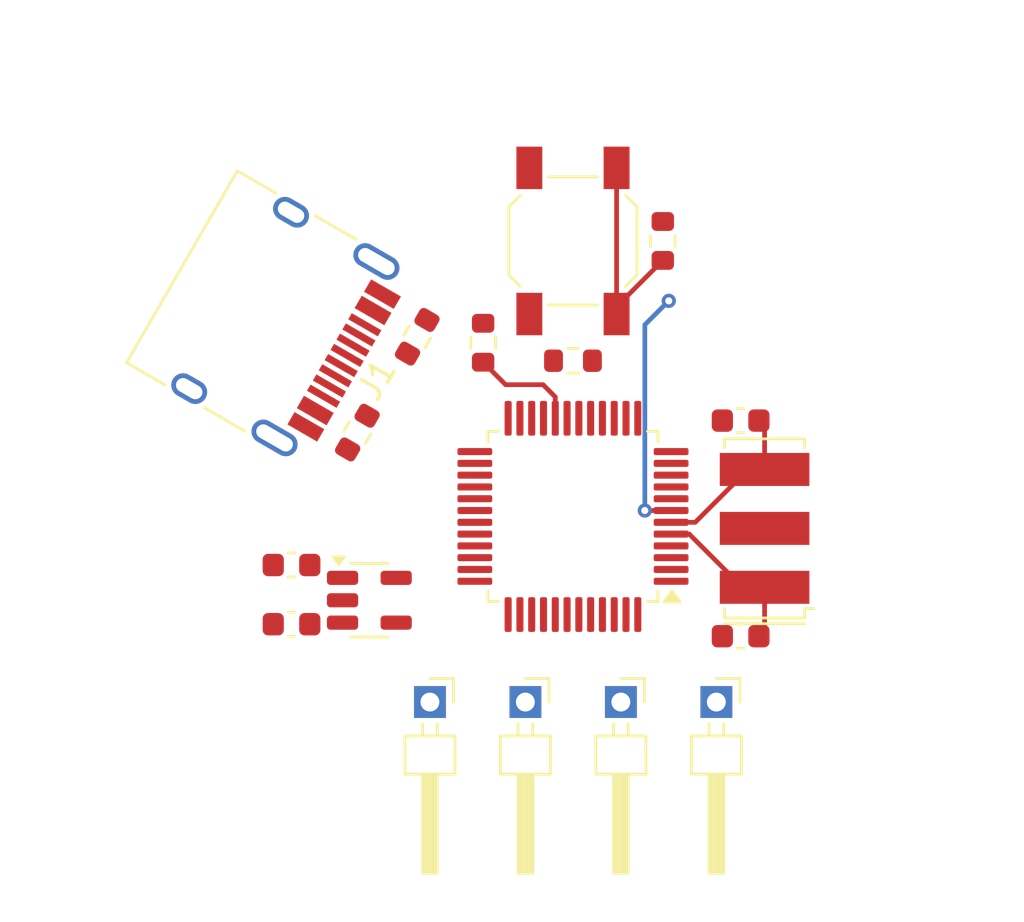
<source format=kicad_pcb>
(kicad_pcb (version 20240108) (generator "pcbnew") (generator_version "8.0")
  (layers (0 "F.Cu" signal) (31 "B.Cu" signal) (34 "B.Paste" user) (35 "F.Paste" user) (36 "B.SilkS" user "B.Silkscreen") (37 "F.SilkS" user "F.Silkscreen") (38 "B.Mask" user) (39 "F.Mask" user) (44 "Edge.Cuts" user))
  (net 0 "")
  (net 1 "BOOT0")
  (net 2 "GND")
  (net 3 "Net-(U1-PB2)")
  (net 4 "Net-(U1-NRST)")
  (net 5 "+3V3")
  (net 6 "Net-(J1-CC2)")
  (net 7 "Net-(J1-CC1)")
  (net 8 "VBUS")
  (net 14 "Net-(U1-PD0)")
  (net 15 "Net-(U1-PD1)")
  (net 29 "SWSCK")
  (net 31 "USB_D+")
  (net 42 "SWDIO")
  (net 44 "USB_D-")
  (footprint "Connector_PinHeader_2.00mm:PinHeader_1x01_P2.00mm_Horizontal" (layer "F.Cu") (at 171.69 72.39 -90)
    (property "Reference" "J2" (hide yes))
    (property "Value" "Conn_01x01_Pin")
    (fp_line (start 1.44 1.06) (end 3.06 1.06) (stroke (width 0.12)) (layer "F.SilkS"))
    (fp_line (start 3.06 1.06) (end 3.06 -1.06) (stroke (width 0.12)) (layer "F.SilkS"))
    (fp_line (start 0.935 0.31) (end 1.44 0.31) (stroke (width 0.12)) (layer "F.SilkS"))
    (fp_line (start 7.26 0.31) (end 3.06 0.31) (stroke (width 0.12)) (layer "F.SilkS"))
    (fp_line (start 3.06 0.23) (end 7.26 0.23) (stroke (width 0.12)) (layer "F.SilkS"))
    (fp_line (start 3.06 0.11) (end 7.26 0.11) (stroke (width 0.12)) (layer "F.SilkS"))
    (fp_line (start -1 0) (end -1 -1) (stroke (width 0.12)) (layer "F.SilkS"))
    (fp_line (start 3.06 -0.01) (end 7.26 -0.01) (stroke (width 0.12)) (layer "F.SilkS"))
    (fp_line (start 3.06 -0.13) (end 7.26 -0.13) (stroke (width 0.12)) (layer "F.SilkS"))
    (fp_line (start 3.06 -0.25) (end 7.26 -0.25) (stroke (width 0.12)) (layer "F.SilkS"))
    (fp_line (start 0.935 -0.31) (end 1.44 -0.31) (stroke (width 0.12)) (layer "F.SilkS"))
    (fp_line (start 3.06 -0.31) (end 7.26 -0.31) (stroke (width 0.12)) (layer "F.SilkS"))
    (fp_line (start 7.26 -0.31) (end 7.26 0.31) (stroke (width 0.12)) (layer "F.SilkS"))
    (fp_line (start -1 -1) (end 0 -1) (stroke (width 0.12)) (layer "F.SilkS"))
    (fp_line (start 1.44 -1.06) (end 1.44 1.06) (stroke (width 0.12)) (layer "F.SilkS"))
    (fp_line (start 3.06 -1.06) (end 1.44 -1.06) (stroke (width 0.12)) (layer "F.SilkS"))
    (pad "1" thru_hole rect (at 0 0 270) (size 1.35 1.35) (drill 0.8) (layers "*.Cu" "*.Mask") (net 8 "VBUS"))
  )
  (footprint "Connector_PinHeader_2.00mm:PinHeader_1x01_P2.00mm_Horizontal" (layer "F.Cu") (at 163.59 72.39 -90)
    (property "Reference" "J4" (hide yes))
    (property "Value" "Conn_01x01_Pin")
    (fp_line (start 1.44 1.06) (end 3.06 1.06) (stroke (width 0.12)) (layer "F.SilkS"))
    (fp_line (start 3.06 1.06) (end 3.06 -1.06) (stroke (width 0.12)) (layer "F.SilkS"))
    (fp_line (start 0.935 0.31) (end 1.44 0.31) (stroke (width 0.12)) (layer "F.SilkS"))
    (fp_line (start 7.26 0.31) (end 3.06 0.31) (stroke (width 0.12)) (layer "F.SilkS"))
    (fp_line (start 3.06 0.23) (end 7.26 0.23) (stroke (width 0.12)) (layer "F.SilkS"))
    (fp_line (start 3.06 0.11) (end 7.26 0.11) (stroke (width 0.12)) (layer "F.SilkS"))
    (fp_line (start -1 0) (end -1 -1) (stroke (width 0.12)) (layer "F.SilkS"))
    (fp_line (start 3.06 -0.01) (end 7.26 -0.01) (stroke (width 0.12)) (layer "F.SilkS"))
    (fp_line (start 3.06 -0.13) (end 7.26 -0.13) (stroke (width 0.12)) (layer "F.SilkS"))
    (fp_line (start 3.06 -0.25) (end 7.26 -0.25) (stroke (width 0.12)) (layer "F.SilkS"))
    (fp_line (start 0.935 -0.31) (end 1.44 -0.31) (stroke (width 0.12)) (layer "F.SilkS"))
    (fp_line (start 3.06 -0.31) (end 7.26 -0.31) (stroke (width 0.12)) (layer "F.SilkS"))
    (fp_line (start 7.26 -0.31) (end 7.26 0.31) (stroke (width 0.12)) (layer "F.SilkS"))
    (fp_line (start -1 -1) (end 0 -1) (stroke (width 0.12)) (layer "F.SilkS"))
    (fp_line (start 1.44 -1.06) (end 1.44 1.06) (stroke (width 0.12)) (layer "F.SilkS"))
    (fp_line (start 3.06 -1.06) (end 1.44 -1.06) (stroke (width 0.12)) (layer "F.SilkS"))
    (pad "1" thru_hole rect (at 0 0 270) (size 1.35 1.35) (drill 0.8) (layers "*.Cu" "*.Mask") (net 29 "SWSCK"))
  )
  (footprint "Capacitor_SMD:C_0603_1608Metric" (layer "F.Cu") (at 153.67 66.578)
    (property "Reference" "C1" (hide yes))
    (property "Value" "10u")
    (fp_line (start -0.14058 -0.51) (end 0.14058 -0.51) (stroke (width 0.12)) (layer "F.SilkS"))
    (fp_line (start -0.14058 0.51) (end 0.14058 0.51) (stroke (width 0.12)) (layer "F.SilkS"))
    (pad "1" smd roundrect (at -0.775 0) (size 0.9 0.95) (layers "F.Cu" "F.Paste" "F.Mask") (net 8 "VBUS"))
    (pad "2" smd roundrect (at 0.775 0) (size 0.9 0.95) (layers "F.Cu" "F.Paste" "F.Mask") (net 2 "GND"))
  )
  (footprint "Resistor_SMD:R_0603_1608Metric" (layer "F.Cu") (at 169.418 52.832 -90)
    (property "Reference" "R5" (hide yes))
    (property "Value" "100k")
    (fp_line (start -0.237258 0.5225) (end 0.237258 0.5225) (stroke (width 0.12)) (layer "F.SilkS"))
    (fp_line (start -0.237258 -0.5225) (end 0.237258 -0.5225) (stroke (width 0.12)) (layer "F.SilkS"))
    (pad "1" smd roundrect (at -0.825 0 270) (size 0.8 0.95) (layers "F.Cu" "F.Paste" "F.Mask") (net 2 "GND"))
    (pad "2" smd roundrect (at 0.825 0 270) (size 0.8 0.95) (layers "F.Cu" "F.Paste" "F.Mask") (net 1 "BOOT0"))
  )
  (footprint "Connector_USB:USB_C_Receptacle_HRO_TYPE-C-31-M-12" (layer "F.Cu") (at 152.4 55.88 -120)
    (property "Reference" "J1" (at 0.000002 -5.645003 240) (layer "F.SilkS"))
    (property "Value" "USB_C_Receptacle_USB2.0_16P")
    (fp_line (start 4.700001 1.999998) (end 4.699999 3.900001) (stroke (width 0.12)) (layer "F.SilkS"))
    (fp_line (start -4.700001 3.899999) (end 4.699999 3.900001) (stroke (width 0.12)) (layer "F.SilkS"))
    (fp_line (start 4.700001 -1.9) (end 4.700001 0.1) (stroke (width 0.12)) (layer "F.SilkS"))
    (fp_line (start -4.700001 2) (end -4.700001 3.899999) (stroke (width 0.12)) (layer "F.SilkS"))
    (fp_line (start -4.7 -1.899999) (end -4.700001 0.1) (stroke (width 0.12)) (layer "F.SilkS"))
    (pad "" np_thru_hole circle (at -2.89 -2.6 240) (size 0.65 0.65) (drill 0.65) (layers "*.Cu" "*.Mask"))
    (pad "" np_thru_hole circle (at 2.889998 -2.599999 240) (size 0.65 0.65) (drill 0.65) (layers "*.Cu" "*.Mask"))
    (pad "A1" smd rect (at -3.249998 -4.045 240) (size 0.6 1.45) (layers "F.Cu" "F.Paste" "F.Mask") (net 2 "GND"))
    (pad "A4" smd rect (at -2.450001 -4.045 240) (size 0.6 1.45) (layers "F.Cu" "F.Paste" "F.Mask") (net 8 "VBUS"))
    (pad "A5" smd rect (at -1.249999 -4.044998 240) (size 0.3 1.45) (layers "F.Cu" "F.Paste" "F.Mask") (net 7 "Net-(J1-CC1)"))
    (pad "A6" smd rect (at -0.250001 -4.045001 240) (size 0.3 1.45) (layers "F.Cu" "F.Paste" "F.Mask") (net 31 "USB_D+"))
    (pad "A7" smd rect (at 0.249998 -4.045 240) (size 0.3 1.45) (layers "F.Cu" "F.Paste" "F.Mask") (net 44 "USB_D-"))
    (pad "A8" smd rect (at 1.249998 -4.044999 240) (size 0.3 1.45) (layers "F.Cu" "F.Paste" "F.Mask"))
    (pad "A9" smd rect (at 2.449999 -4.044999 240) (size 0.6 1.45) (layers "F.Cu" "F.Paste" "F.Mask") (net 8 "VBUS"))
    (pad "A12" smd rect (at 3.250003 -4.045 240) (size 0.6 1.45) (layers "F.Cu" "F.Paste" "F.Mask") (net 2 "GND"))
    (pad "B1" smd rect (at 3.250003 -4.045 240) (size 0.6 1.45) (layers "F.Cu" "F.Paste" "F.Mask") (net 2 "GND"))
    (pad "B4" smd rect (at 2.449999 -4.044999 240) (size 0.6 1.45) (layers "F.Cu" "F.Paste" "F.Mask") (net 8 "VBUS"))
    (pad "B5" smd rect (at 1.750001 -4.045002 240) (size 0.3 1.45) (layers "F.Cu" "F.Paste" "F.Mask") (net 6 "Net-(J1-CC2)"))
    (pad "B6" smd rect (at 0.749999 -4.045 240) (size 0.3 1.45) (layers "F.Cu" "F.Paste" "F.Mask") (net 31 "USB_D+"))
    (pad "B7" smd rect (at -0.75 -4.044998 240) (size 0.3 1.45) (layers "F.Cu" "F.Paste" "F.Mask") (net 44 "USB_D-"))
    (pad "B8" smd rect (at -1.749999 -4.045 240) (size 0.3 1.45) (layers "F.Cu" "F.Paste" "F.Mask"))
    (pad "B9" smd rect (at -2.450001 -4.045 240) (size 0.6 1.45) (layers "F.Cu" "F.Paste" "F.Mask") (net 8 "VBUS"))
    (pad "B12" smd rect (at -3.249998 -4.045 240) (size 0.6 1.45) (layers "F.Cu" "F.Paste" "F.Mask") (net 2 "GND"))
    (pad "S1" thru_hole oval (at -4.320002 -3.130001 240) (size 1 2.1) (drill oval 0.6 1.7) (layers "*.Cu" "*.Mask") (net 2 "GND"))
    (pad "S1" thru_hole oval (at -4.32 1.05 240) (size 1 1.6) (drill oval 0.6 1.2) (layers "*.Cu" "*.Mask") (net 2 "GND"))
    (pad "S1" thru_hole oval (at 4.319999 -3.130001 240) (size 1 2.1) (drill oval 0.6 1.7) (layers "*.Cu" "*.Mask") (net 2 "GND"))
    (pad "S1" thru_hole oval (at 4.32 1.05 240) (size 1 1.6) (drill oval 0.6 1.2) (layers "*.Cu" "*.Mask") (net 2 "GND"))
  )
  (footprint "Button_Switch_SMD:SW_SPST_SKQG_WithStem" (layer "F.Cu") (at 165.608 52.832 90)
    (property "Reference" "SW1" (hide yes))
    (property "Value" "SW_Push")
    (fp_line (start 1.45 -2.72) (end 1.94 -2.23) (stroke (width 0.12)) (layer "F.SilkS"))
    (fp_line (start -1.45 -2.72) (end 1.45 -2.72) (stroke (width 0.12)) (layer "F.SilkS"))
    (fp_line (start -1.45 -2.72) (end -1.94 -2.23) (stroke (width 0.12)) (layer "F.SilkS"))
    (fp_line (start 2.72 1.04) (end 2.72 -1.04) (stroke (width 0.12)) (layer "F.SilkS"))
    (fp_line (start -2.72 1.04) (end -2.72 -1.04) (stroke (width 0.12)) (layer "F.SilkS"))
    (fp_line (start 1.45 2.72) (end 1.94 2.23) (stroke (width 0.12)) (layer "F.SilkS"))
    (fp_line (start -1.45 2.72) (end -1.94 2.23) (stroke (width 0.12)) (layer "F.SilkS"))
    (fp_line (start -1.45 2.72) (end 1.45 2.72) (stroke (width 0.12)) (layer "F.SilkS"))
    (pad "1" smd rect (at -3.1 -1.85 90) (size 1.8 1.1) (layers "F.Cu" "F.Paste" "F.Mask") (net 5 "+3V3"))
    (pad "1" smd rect (at 3.1 -1.85 90) (size 1.8 1.1) (layers "F.Cu" "F.Paste" "F.Mask") (net 5 "+3V3"))
    (pad "2" smd rect (at -3.1 1.85 90) (size 1.8 1.1) (layers "F.Cu" "F.Paste" "F.Mask") (net 1 "BOOT0"))
    (pad "2" smd rect (at 3.1 1.85 90) (size 1.8 1.1) (layers "F.Cu" "F.Paste" "F.Mask") (net 1 "BOOT0"))
  )
  (footprint "Connector_PinHeader_2.00mm:PinHeader_1x01_P2.00mm_Horizontal" (layer "F.Cu") (at 159.54 72.39 -90)
    (property "Reference" "J5" (hide yes))
    (property "Value" "Conn_01x01_Pin")
    (fp_line (start 1.44 1.06) (end 3.06 1.06) (stroke (width 0.12)) (layer "F.SilkS"))
    (fp_line (start 3.06 1.06) (end 3.06 -1.06) (stroke (width 0.12)) (layer "F.SilkS"))
    (fp_line (start 0.935 0.31) (end 1.44 0.31) (stroke (width 0.12)) (layer "F.SilkS"))
    (fp_line (start 7.26 0.31) (end 3.06 0.31) (stroke (width 0.12)) (layer "F.SilkS"))
    (fp_line (start 3.06 0.23) (end 7.26 0.23) (stroke (width 0.12)) (layer "F.SilkS"))
    (fp_line (start 3.06 0.11) (end 7.26 0.11) (stroke (width 0.12)) (layer "F.SilkS"))
    (fp_line (start -1 0) (end -1 -1) (stroke (width 0.12)) (layer "F.SilkS"))
    (fp_line (start 3.06 -0.01) (end 7.26 -0.01) (stroke (width 0.12)) (layer "F.SilkS"))
    (fp_line (start 3.06 -0.13) (end 7.26 -0.13) (stroke (width 0.12)) (layer "F.SilkS"))
    (fp_line (start 3.06 -0.25) (end 7.26 -0.25) (stroke (width 0.12)) (layer "F.SilkS"))
    (fp_line (start 0.935 -0.31) (end 1.44 -0.31) (stroke (width 0.12)) (layer "F.SilkS"))
    (fp_line (start 3.06 -0.31) (end 7.26 -0.31) (stroke (width 0.12)) (layer "F.SilkS"))
    (fp_line (start 7.26 -0.31) (end 7.26 0.31) (stroke (width 0.12)) (layer "F.SilkS"))
    (fp_line (start -1 -1) (end 0 -1) (stroke (width 0.12)) (layer "F.SilkS"))
    (fp_line (start 1.44 -1.06) (end 1.44 1.06) (stroke (width 0.12)) (layer "F.SilkS"))
    (fp_line (start 3.06 -1.06) (end 1.44 -1.06) (stroke (width 0.12)) (layer "F.SilkS"))
    (pad "1" thru_hole rect (at 0 0 270) (size 1.35 1.35) (drill 0.8) (layers "*.Cu" "*.Mask") (net 2 "GND"))
  )
  (footprint "Resistor_SMD:R_0603_1608Metric" (layer "F.Cu") (at 165.608 57.912)
    (property "Reference" "R3" (hide yes))
    (property "Value" "10k")
    (fp_line (start -0.237258 -0.5225) (end 0.237258 -0.5225) (stroke (width 0.12)) (layer "F.SilkS"))
    (fp_line (start -0.237258 0.5225) (end 0.237258 0.5225) (stroke (width 0.12)) (layer "F.SilkS"))
    (pad "1" smd roundrect (at -0.825 0) (size 0.8 0.95) (layers "F.Cu" "F.Paste" "F.Mask") (net 5 "+3V3"))
    (pad "2" smd roundrect (at 0.825 0) (size 0.8 0.95) (layers "F.Cu" "F.Paste" "F.Mask") (net 4 "Net-(U1-NRST)"))
  )
  (footprint "Resistor_SMD:R_0603_1608Metric" (layer "F.Cu") (at 156.464 60.96 -120)
    (property "Reference" "R2" (hide yes))
    (property "Value" "5k1")
    (fp_line (start -0.237258 0.5225) (end 0.237257 0.5225) (stroke (width 0.12)) (layer "F.SilkS"))
    (fp_line (start -0.237257 -0.5225) (end 0.237258 -0.5225) (stroke (width 0.12)) (layer "F.SilkS"))
    (pad "1" smd roundrect (at -0.825 0 240) (size 0.8 0.95) (layers "F.Cu" "F.Paste" "F.Mask") (net 6 "Net-(J1-CC2)"))
    (pad "2" smd roundrect (at 0.825 0 240) (size 0.8 0.95) (layers "F.Cu" "F.Paste" "F.Mask") (net 2 "GND"))
  )
  (footprint "Resistor_SMD:R_0603_1608Metric" (layer "F.Cu") (at 161.798 57.15 -90)
    (property "Reference" "R4" (hide yes))
    (property "Value" "10k")
    (fp_line (start -0.237258 0.5225) (end 0.237258 0.5225) (stroke (width 0.12)) (layer "F.SilkS"))
    (fp_line (start -0.237258 -0.5225) (end 0.237258 -0.5225) (stroke (width 0.12)) (layer "F.SilkS"))
    (pad "1" smd roundrect (at -0.825 0 270) (size 0.8 0.95) (layers "F.Cu" "F.Paste" "F.Mask") (net 2 "GND"))
    (pad "2" smd roundrect (at 0.825 0 270) (size 0.8 0.95) (layers "F.Cu" "F.Paste" "F.Mask") (net 3 "Net-(U1-PB2)"))
  )
  (footprint "Capacitor_SMD:C_0603_1608Metric" (layer "F.Cu") (at 172.72 60.452)
    (property "Reference" "C4" (hide yes))
    (property "Value" "10p" (hide yes))
    (fp_line (start -0.14058 -0.51) (end 0.14058 -0.51) (stroke (width 0.12)) (layer "F.SilkS"))
    (fp_line (start -0.14058 0.51) (end 0.14058 0.51) (stroke (width 0.12)) (layer "F.SilkS"))
    (pad "1" smd roundrect (at -0.775 0) (size 0.9 0.95) (layers "F.Cu" "F.Paste" "F.Mask") (net 2 "GND"))
    (pad "2" smd roundrect (at 0.775 0) (size 0.9 0.95) (layers "F.Cu" "F.Paste" "F.Mask") (net 15 "Net-(U1-PD1)"))
  )
  (footprint "Resistor_SMD:R_0603_1608Metric" (layer "F.Cu") (at 159.004 56.896 60)
    (property "Reference" "R1" (hide yes))
    (property "Value" "5k1")
    (fp_line (start -0.237257 -0.5225) (end 0.237258 -0.5225) (stroke (width 0.12)) (layer "F.SilkS"))
    (fp_line (start -0.237258 0.5225) (end 0.237257 0.5225) (stroke (width 0.12)) (layer "F.SilkS"))
    (pad "1" smd roundrect (at -0.825 0 60) (size 0.8 0.95) (layers "F.Cu" "F.Paste" "F.Mask") (net 7 "Net-(J1-CC1)"))
    (pad "2" smd roundrect (at 0.825 0 60) (size 0.8 0.95) (layers "F.Cu" "F.Paste" "F.Mask") (net 2 "GND"))
  )
  (footprint "Package_TO_SOT_SMD:SOT-23-5" (layer "F.Cu") (at 156.972 68.072)
    (property "Reference" "REF**" (hide yes))
    (property "Value" "SOT-23-5")
    (fp_line (start 0 -1.56) (end -0.8 -1.56) (stroke (width 0.12)) (layer "F.SilkS"))
    (fp_line (start 0 -1.56) (end 0.8 -1.56) (stroke (width 0.12)) (layer "F.SilkS"))
    (fp_line (start 0 1.56) (end -0.8 1.56) (stroke (width 0.12)) (layer "F.SilkS"))
    (fp_line (start 0 1.56) (end 0.8 1.56) (stroke (width 0.12)) (layer "F.SilkS"))
    (fp_poly (pts (xy -1.3 -1.51) (xy -1.54 -1.84) (xy -1.06 -1.84) (xy -1.3 -1.51)) (stroke (width 0.12)) (fill solid) (layer "F.SilkS"))
    (pad "1" smd roundrect (at -1.1375 -0.95) (size 1.325 0.6) (layers "F.Cu" "F.Paste" "F.Mask"))
    (pad "2" smd roundrect (at -1.1375 0) (size 1.325 0.6) (layers "F.Cu" "F.Paste" "F.Mask"))
    (pad "3" smd roundrect (at -1.1375 0.95) (size 1.325 0.6) (layers "F.Cu" "F.Paste" "F.Mask"))
    (pad "4" smd roundrect (at 1.1375 0.95) (size 1.325 0.6) (layers "F.Cu" "F.Paste" "F.Mask"))
    (pad "5" smd roundrect (at 1.1375 -0.95) (size 1.325 0.6) (layers "F.Cu" "F.Paste" "F.Mask"))
  )
  (footprint "Capacitor_SMD:C_0603_1608Metric" (layer "F.Cu") (at 172.72 69.596)
    (property "Reference" "C3" (hide yes))
    (property "Value" "10p")
    (fp_line (start -0.14058 -0.51) (end 0.14058 -0.51) (stroke (width 0.12)) (layer "F.SilkS"))
    (fp_line (start -0.14058 0.51) (end 0.14058 0.51) (stroke (width 0.12)) (layer "F.SilkS"))
    (pad "1" smd roundrect (at -0.775 0) (size 0.9 0.95) (layers "F.Cu" "F.Paste" "F.Mask") (net 2 "GND"))
    (pad "2" smd roundrect (at 0.775 0) (size 0.9 0.95) (layers "F.Cu" "F.Paste" "F.Mask") (net 14 "Net-(U1-PD0)"))
  )
  (footprint "Crystal:Resonator_SMD-3Pin_7.2x3.0mm" (layer "F.Cu") (at 173.736 65.024 90)
    (property "Reference" "Y1" (hide yes))
    (property "Value" "8M")
    (fp_line (start 3.8 -1.7) (end 3.8 1.7) (stroke (width 0.12)) (layer "F.SilkS"))
    (fp_line (start 3.4 -1.7) (end 3.8 -1.7) (stroke (width 0.12)) (layer "F.SilkS"))
    (fp_line (start -3.8 -1.7) (end -3.4 -1.7) (stroke (width 0.12)) (layer "F.SilkS"))
    (fp_line (start -4.04 -1.7) (end -4.04 1.7) (stroke (width 0.12)) (layer "F.SilkS"))
    (fp_line (start 3.8 1.7) (end 3.4 1.7) (stroke (width 0.12)) (layer "F.SilkS"))
    (fp_line (start -3.4 1.7) (end -3.8 1.7) (stroke (width 0.12)) (layer "F.SilkS"))
    (fp_line (start -3.8 1.7) (end -3.8 -1.7) (stroke (width 0.12)) (layer "F.SilkS"))
    (fp_line (start -3.4 2.1) (end -3.4 1.7) (stroke (width 0.12)) (layer "F.SilkS"))
    (pad "1" smd rect (at -2.5 0 90) (size 1.4 3.8) (layers "F.Cu" "F.Paste" "F.Mask") (net 14 "Net-(U1-PD0)"))
    (pad "2" smd rect (at 0 0 90) (size 1.4 3.8) (layers "F.Cu" "F.Paste" "F.Mask") (net 2 "GND"))
    (pad "3" smd rect (at 2.5 0 90) (size 1.4 3.8) (layers "F.Cu" "F.Paste" "F.Mask") (net 15 "Net-(U1-PD1)"))
  )
  (footprint "Connector_PinHeader_2.00mm:PinHeader_1x01_P2.00mm_Horizontal" (layer "F.Cu") (at 167.64 72.39 -90)
    (property "Reference" "J3" (hide yes))
    (property "Value" "Conn_01x01_Pin")
    (fp_line (start 1.44 1.06) (end 3.06 1.06) (stroke (width 0.12)) (layer "F.SilkS"))
    (fp_line (start 3.06 1.06) (end 3.06 -1.06) (stroke (width 0.12)) (layer "F.SilkS"))
    (fp_line (start 0.935 0.31) (end 1.44 0.31) (stroke (width 0.12)) (layer "F.SilkS"))
    (fp_line (start 7.26 0.31) (end 3.06 0.31) (stroke (width 0.12)) (layer "F.SilkS"))
    (fp_line (start 3.06 0.23) (end 7.26 0.23) (stroke (width 0.12)) (layer "F.SilkS"))
    (fp_line (start 3.06 0.11) (end 7.26 0.11) (stroke (width 0.12)) (layer "F.SilkS"))
    (fp_line (start -1 0) (end -1 -1) (stroke (width 0.12)) (layer "F.SilkS"))
    (fp_line (start 3.06 -0.01) (end 7.26 -0.01) (stroke (width 0.12)) (layer "F.SilkS"))
    (fp_line (start 3.06 -0.13) (end 7.26 -0.13) (stroke (width 0.12)) (layer "F.SilkS"))
    (fp_line (start 3.06 -0.25) (end 7.26 -0.25) (stroke (width 0.12)) (layer "F.SilkS"))
    (fp_line (start 0.935 -0.31) (end 1.44 -0.31) (stroke (width 0.12)) (layer "F.SilkS"))
    (fp_line (start 3.06 -0.31) (end 7.26 -0.31) (stroke (width 0.12)) (layer "F.SilkS"))
    (fp_line (start 7.26 -0.31) (end 7.26 0.31) (stroke (width 0.12)) (layer "F.SilkS"))
    (fp_line (start -1 -1) (end 0 -1) (stroke (width 0.12)) (layer "F.SilkS"))
    (fp_line (start 1.44 -1.06) (end 1.44 1.06) (stroke (width 0.12)) (layer "F.SilkS"))
    (fp_line (start 3.06 -1.06) (end 1.44 -1.06) (stroke (width 0.12)) (layer "F.SilkS"))
    (pad "1" thru_hole rect (at 0 0 270) (size 1.35 1.35) (drill 0.8) (layers "*.Cu" "*.Mask") (net 42 "SWDIO"))
  )
  (footprint "Capacitor_SMD:C_0603_1608Metric" (layer "F.Cu") (at 153.67 69.088)
    (property "Reference" "C2" (hide yes))
    (property "Value" "10u")
    (fp_line (start -0.14058 -0.51) (end 0.14058 -0.51) (stroke (width 0.12)) (layer "F.SilkS"))
    (fp_line (start -0.14058 0.51) (end 0.14058 0.51) (stroke (width 0.12)) (layer "F.SilkS"))
    (pad "1" smd roundrect (at -0.775 0) (size 0.9 0.95) (layers "F.Cu" "F.Paste" "F.Mask") (net 5 "+3V3"))
    (pad "2" smd roundrect (at 0.775 0) (size 0.9 0.95) (layers "F.Cu" "F.Paste" "F.Mask") (net 2 "GND"))
  )
  (footprint "Package_QFP:LQFP-48_7x7mm_P0.5mm" (layer "F.Cu") (at 165.608 64.516 180)
    (property "Reference" "U1" (hide yes))
    (property "Value" "STM32F103CBTx")
    (fp_line (start 3.61 3.61) (end 3.61 3.16) (stroke (width 0.12)) (layer "F.SilkS"))
    (fp_line (start 3.61 -3.61) (end 3.61 -3.16) (stroke (width 0.12)) (layer "F.SilkS"))
    (fp_line (start 3.16 3.61) (end 3.61 3.61) (stroke (width 0.12)) (layer "F.SilkS"))
    (fp_line (start 3.16 -3.61) (end 3.61 -3.61) (stroke (width 0.12)) (layer "F.SilkS"))
    (fp_line (start -3.16 3.61) (end -3.61 3.61) (stroke (width 0.12)) (layer "F.SilkS"))
    (fp_line (start -3.16 -3.61) (end -3.61 -3.61) (stroke (width 0.12)) (layer "F.SilkS"))
    (fp_line (start -3.61 3.61) (end -3.61 3.16) (stroke (width 0.12)) (layer "F.SilkS"))
    (fp_line (start -3.61 -3.61) (end -3.61 -3.16) (stroke (width 0.12)) (layer "F.SilkS"))
    (fp_poly (pts (xy -4.2 -3.16) (xy -4.54 -3.63) (xy -3.86 -3.63) (xy -4.2 -3.16)) (stroke (width 0.12)) (fill solid) (layer "F.SilkS"))
    (pad "1" smd roundrect (at -4.1625 -2.75 180) (size 1.475 0.3) (layers "F.Cu" "F.Paste" "F.Mask") (net 5 "+3V3"))
    (pad "2" smd roundrect (at -4.1625 -2.25 180) (size 1.475 0.3) (layers "F.Cu" "F.Paste" "F.Mask"))
    (pad "3" smd roundrect (at -4.1625 -1.75 180) (size 1.475 0.3) (layers "F.Cu" "F.Paste" "F.Mask"))
    (pad "4" smd roundrect (at -4.1625 -1.25 180) (size 1.475 0.3) (layers "F.Cu" "F.Paste" "F.Mask"))
    (pad "5" smd roundrect (at -4.1625 -0.75 180) (size 1.475 0.3) (layers "F.Cu" "F.Paste" "F.Mask") (net 14 "Net-(U1-PD0)"))
    (pad "6" smd roundrect (at -4.1625 -0.25 180) (size 1.475 0.3) (layers "F.Cu" "F.Paste" "F.Mask") (net 15 "Net-(U1-PD1)"))
    (pad "7" smd roundrect (at -4.1625 0.25 180) (size 1.475 0.3) (layers "F.Cu" "F.Paste" "F.Mask") (net 4 "Net-(U1-NRST)"))
    (pad "8" smd roundrect (at -4.1625 0.75 180) (size 1.475 0.3) (layers "F.Cu" "F.Paste" "F.Mask") (net 2 "GND"))
    (pad "9" smd roundrect (at -4.1625 1.25 180) (size 1.475 0.3) (layers "F.Cu" "F.Paste" "F.Mask") (net 5 "+3V3"))
    (pad "10" smd roundrect (at -4.1625 1.75 180) (size 1.475 0.3) (layers "F.Cu" "F.Paste" "F.Mask"))
    (pad "11" smd roundrect (at -4.1625 2.25 180) (size 1.475 0.3) (layers "F.Cu" "F.Paste" "F.Mask"))
    (pad "12" smd roundrect (at -4.1625 2.75 180) (size 1.475 0.3) (layers "F.Cu" "F.Paste" "F.Mask"))
    (pad "13" smd roundrect (at -2.75 4.1625 180) (size 0.3 1.475) (layers "F.Cu" "F.Paste" "F.Mask"))
    (pad "14" smd roundrect (at -2.25 4.1625 180) (size 0.3 1.475) (layers "F.Cu" "F.Paste" "F.Mask"))
    (pad "15" smd roundrect (at -1.75 4.1625 180) (size 0.3 1.475) (layers "F.Cu" "F.Paste" "F.Mask"))
    (pad "16" smd roundrect (at -1.25 4.1625 180) (size 0.3 1.475) (layers "F.Cu" "F.Paste" "F.Mask"))
    (pad "17" smd roundrect (at -0.75 4.1625 180) (size 0.3 1.475) (layers "F.Cu" "F.Paste" "F.Mask"))
    (pad "18" smd roundrect (at -0.25 4.1625 180) (size 0.3 1.475) (layers "F.Cu" "F.Paste" "F.Mask"))
    (pad "19" smd roundrect (at 0.25 4.1625 180) (size 0.3 1.475) (layers "F.Cu" "F.Paste" "F.Mask"))
    (pad "20" smd roundrect (at 0.75 4.1625 180) (size 0.3 1.475) (layers "F.Cu" "F.Paste" "F.Mask") (net 3 "Net-(U1-PB2)"))
    (pad "21" smd roundrect (at 1.25 4.1625 180) (size 0.3 1.475) (layers "F.Cu" "F.Paste" "F.Mask"))
    (pad "22" smd roundrect (at 1.75 4.1625 180) (size 0.3 1.475) (layers "F.Cu" "F.Paste" "F.Mask"))
    (pad "23" smd roundrect (at 2.25 4.1625 180) (size 0.3 1.475) (layers "F.Cu" "F.Paste" "F.Mask") (net 2 "GND"))
    (pad "24" smd roundrect (at 2.75 4.1625 180) (size 0.3 1.475) (layers "F.Cu" "F.Paste" "F.Mask") (net 5 "+3V3"))
    (pad "25" smd roundrect (at 4.1625 2.75 180) (size 1.475 0.3) (layers "F.Cu" "F.Paste" "F.Mask"))
    (pad "26" smd roundrect (at 4.1625 2.25 180) (size 1.475 0.3) (layers "F.Cu" "F.Paste" "F.Mask"))
    (pad "27" smd roundrect (at 4.1625 1.75 180) (size 1.475 0.3) (layers "F.Cu" "F.Paste" "F.Mask"))
    (pad "28" smd roundrect (at 4.1625 1.25 180) (size 1.475 0.3) (layers "F.Cu" "F.Paste" "F.Mask"))
    (pad "29" smd roundrect (at 4.1625 0.75 180) (size 1.475 0.3) (layers "F.Cu" "F.Paste" "F.Mask"))
    (pad "30" smd roundrect (at 4.1625 0.25 180) (size 1.475 0.3) (layers "F.Cu" "F.Paste" "F.Mask"))
    (pad "31" smd roundrect (at 4.1625 -0.25 180) (size 1.475 0.3) (layers "F.Cu" "F.Paste" "F.Mask"))
    (pad "32" smd roundrect (at 4.1625 -0.75 180) (size 1.475 0.3) (layers "F.Cu" "F.Paste" "F.Mask") (net 44 "USB_D-"))
    (pad "33" smd roundrect (at 4.1625 -1.25 180) (size 1.475 0.3) (layers "F.Cu" "F.Paste" "F.Mask") (net 31 "USB_D+"))
    (pad "34" smd roundrect (at 4.1625 -1.75 180) (size 1.475 0.3) (layers "F.Cu" "F.Paste" "F.Mask") (net 42 "SWDIO"))
    (pad "35" smd roundrect (at 4.1625 -2.25 180) (size 1.475 0.3) (layers "F.Cu" "F.Paste" "F.Mask") (net 2 "GND"))
    (pad "36" smd roundrect (at 4.1625 -2.75 180) (size 1.475 0.3) (layers "F.Cu" "F.Paste" "F.Mask") (net 5 "+3V3"))
    (pad "37" smd roundrect (at 2.75 -4.1625 180) (size 0.3 1.475) (layers "F.Cu" "F.Paste" "F.Mask") (net 29 "SWSCK"))
    (pad "38" smd roundrect (at 2.25 -4.1625 180) (size 0.3 1.475) (layers "F.Cu" "F.Paste" "F.Mask"))
    (pad "39" smd roundrect (at 1.75 -4.1625 180) (size 0.3 1.475) (layers "F.Cu" "F.Paste" "F.Mask"))
    (pad "40" smd roundrect (at 1.25 -4.1625 180) (size 0.3 1.475) (layers "F.Cu" "F.Paste" "F.Mask"))
    (pad "41" smd roundrect (at 0.75 -4.1625 180) (size 0.3 1.475) (layers "F.Cu" "F.Paste" "F.Mask"))
    (pad "42" smd roundrect (at 0.25 -4.1625 180) (size 0.3 1.475) (layers "F.Cu" "F.Paste" "F.Mask"))
    (pad "43" smd roundrect (at -0.25 -4.1625 180) (size 0.3 1.475) (layers "F.Cu" "F.Paste" "F.Mask"))
    (pad "44" smd roundrect (at -0.75 -4.1625 180) (size 0.3 1.475) (layers "F.Cu" "F.Paste" "F.Mask") (net 1 "BOOT0"))
    (pad "45" smd roundrect (at -1.25 -4.1625 180) (size 0.3 1.475) (layers "F.Cu" "F.Paste" "F.Mask"))
    (pad "46" smd roundrect (at -1.75 -4.1625 180) (size 0.3 1.475) (layers "F.Cu" "F.Paste" "F.Mask"))
    (pad "47" smd roundrect (at -2.25 -4.1625 180) (size 0.3 1.475) (layers "F.Cu" "F.Paste" "F.Mask") (net 2 "GND"))
    (pad "48" smd roundrect (at -2.75 -4.1625 180) (size 0.3 1.475) (layers "F.Cu" "F.Paste" "F.Mask") (net 5 "+3V3"))
  )
  (segment (start 167.458 55.617) (end 169.418 53.657) (width 0.2) (layer "F.Cu") (net 1))
  (segment (start 167.458 49.732) (end 167.458 55.932) (width 0.2) (layer "F.Cu") (net 1))
  (segment (start 167.458 55.932) (end 167.458 55.617) (width 0.2) (layer "F.Cu") (net 1))
  (segment (start 164.858 60.3535) (end 164.858 59.448) (width 0.2) (layer "F.Cu") (net 3))
  (segment (start 162.751 58.928) (end 161.798 57.975) (width 0.2) (layer "F.Cu") (net 3))
  (segment (start 164.338 58.928) (end 162.751 58.928) (width 0.2) (layer "F.Cu") (net 3))
  (segment (start 164.858 59.448) (end 164.338 58.928) (width 0.2) (layer "F.Cu") (net 3))
  (segment (start 168.656 64.266) (end 169.7705 64.266) (width 0.2) (layer "F.Cu") (net 4))
  (via (at 168.656 64.266) (size 0.6) (drill 0.3) (layers "F.Cu" "B.Cu") (net 4))
  (via (at 169.672 55.372) (size 0.6) (drill 0.3) (layers "F.Cu" "B.Cu") (net 4))
  (segment (start 168.656 56.388) (end 169.672 55.372) (width 0.2) (layer "B.Cu") (net 4))
  (segment (start 168.656 64.266) (end 168.656 56.388) (width 0.2) (layer "B.Cu") (net 4))
  (segment (start 169.7705 65.266) (end 170.54041 65.266) (width 0.2) (layer "F.Cu") (net 14))
  (segment (start 172.79841 67.524) (end 173.736 67.524) (width 0.2) (layer "F.Cu") (net 14))
  (segment (start 170.54041 65.266) (end 172.79841 67.524) (width 0.2) (layer "F.Cu") (net 14))
  (segment (start 173.736 69.355) (end 173.495 69.596) (width 0.2) (layer "F.Cu") (net 14))
  (segment (start 173.736 67.524) (end 173.736 69.355) (width 0.2) (layer "F.Cu") (net 14))
  (segment (start 173.736 62.524) (end 173.736 60.693) (width 0.2) (layer "F.Cu") (net 15))
  (segment (start 173.736 60.693) (end 173.495 60.452) (width 0.2) (layer "F.Cu") (net 15))
  (segment (start 170.794 64.766) (end 173.036 62.524) (width 0.2) (layer "F.Cu") (net 15))
  (segment (start 169.7705 64.766) (end 170.794 64.766) (width 0.2) (layer "F.Cu") (net 15))
  (segment (start 173.036 62.524) (end 173.736 62.524) (width 0.2) (layer "F.Cu") (net 15))
)
</source>
